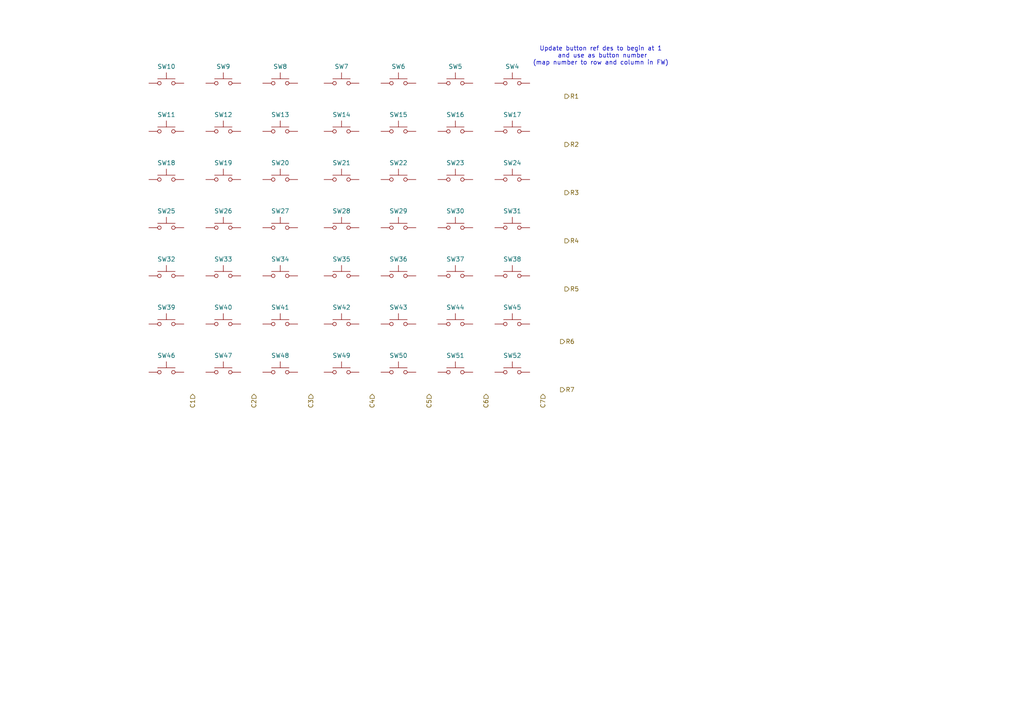
<source format=kicad_sch>
(kicad_sch (version 20231120) (generator "eeschema") (generator_version "8.0")
  (paper "A4")
  (lib_symbols
    (symbol "Switch:SW_Push" (pin_numbers hide) (pin_names (offset 1.016) hide)
      (property "Reference" "SW" (at 1.27 2.54 0))
      (property "Value" "SW_Push" (at 0 -1.524 0))
      (symbol "SW_Push_0_1"
        (circle (center -2.032 0) (radius 0.508))
        (polyline (pts (xy 0 1.27) (xy 0 3.048)))
        (polyline (pts (xy 2.54 1.27) (xy -2.54 1.27)))
        (circle (center 2.032 0) (radius 0.508))
        (pin passive line (at -5.08 0 0) (length 2.54) (name "1") (number "1"))
        (pin passive line (at 5.08 0 180) (length 2.54) (name "2") (number "2"))
      )
    )
  )
  (text "Update button ref des to begin at 1\n and use as button number\n(map number to row and column in FW)" (at 174.244 16.256 0) (effects (font (size 1.27 1.27))))
  (hierarchical_label "C5" (shape input) (at 124.46 114.3 270))
  (hierarchical_label "R4" (shape output) (at 163.83 69.85 0))
  (hierarchical_label "C7" (shape input) (at 157.48 114.3 270))
  (hierarchical_label "R2" (shape output) (at 163.83 41.91 0))
  (hierarchical_label "R7" (shape output) (at 162.56 113.03 0))
  (hierarchical_label "R1" (shape output) (at 163.83 27.94 0))
  (hierarchical_label "C1" (shape input) (at 55.88 114.3 270))
  (hierarchical_label "R6" (shape output) (at 162.56 99.06 0))
  (hierarchical_label "C2" (shape input) (at 73.66 114.3 270))
  (hierarchical_label "C3" (shape input) (at 90.17 114.3 270))
  (hierarchical_label "C4" (shape input) (at 107.95 114.3 270))
  (hierarchical_label "R5" (shape output) (at 163.83 83.82 0))
  (hierarchical_label "R3" (shape output) (at 163.83 55.88 0))
  (hierarchical_label "C6" (shape input) (at 140.97 114.3 270))
  (symbol (lib_id "Switch:SW_Push") (at 81.28 80.01 0) (unit 1)
    (property "Reference" "SW34" (at 81.28 75.184 0))
    (property "Value" "R1C1" (effects (hide yes)))
    (property "Footprint" "cat:TS-1088-AR02016" (effects (hide yes)))
    (property "Description" "Push button switch, generic, two pins" (effects (hide yes)))
    (property "LCSC Part #" "C720477 " (effects (hide yes)))
  )
  (symbol (lib_id "Switch:SW_Push") (at 81.28 52.07 0) (unit 1)
    (property "Reference" "SW20" (at 81.28 47.244 0))
    (property "Value" "R1C1" (effects (hide yes)))
    (property "Footprint" "cat:TS-1088-AR02016" (effects (hide yes)))
    (property "Description" "Push button switch, generic, two pins" (effects (hide yes)))
    (property "LCSC Part #" "C720477 " (effects (hide yes)))
  )
  (symbol (lib_id "Switch:SW_Push") (at 48.26 66.04 0) (unit 1)
    (property "Reference" "SW25" (at 48.26 61.214 0))
    (property "Value" "R1C1" (effects (hide yes)))
    (property "Footprint" "cat:TS-1088-AR02016" (effects (hide yes)))
    (property "Description" "Push button switch, generic, two pins" (effects (hide yes)))
    (property "LCSC Part #" "C720477 " (effects (hide yes)))
  )
  (symbol (lib_id "Switch:SW_Push") (at 99.06 38.1 0) (unit 1)
    (property "Reference" "SW14" (at 99.06 33.274 0))
    (property "Value" "R1C1" (effects (hide yes)))
    (property "Footprint" "cat:TS-1088-AR02016" (effects (hide yes)))
    (property "Description" "Push button switch, generic, two pins" (effects (hide yes)))
    (property "LCSC Part #" "C720477 " (effects (hide yes)))
  )
  (symbol (lib_id "Switch:SW_Push") (at 132.08 52.07 0) (unit 1)
    (property "Reference" "SW23" (at 132.08 47.244 0))
    (property "Value" "R1C1" (effects (hide yes)))
    (property "Footprint" "cat:TS-1088-AR02016" (effects (hide yes)))
    (property "Description" "Push button switch, generic, two pins" (effects (hide yes)))
    (property "LCSC Part #" "C720477 " (effects (hide yes)))
  )
  (symbol (lib_id "Switch:SW_Push") (at 64.77 66.04 0) (unit 1)
    (property "Reference" "SW26" (at 64.77 61.214 0))
    (property "Value" "R1C1" (effects (hide yes)))
    (property "Footprint" "cat:TS-1088-AR02016" (effects (hide yes)))
    (property "Description" "Push button switch, generic, two pins" (effects (hide yes)))
    (property "LCSC Part #" "C720477 " (effects (hide yes)))
  )
  (symbol (lib_id "Switch:SW_Push") (at 64.77 107.95 0) (unit 1)
    (property "Reference" "SW47" (at 64.77 103.124 0))
    (property "Value" "R1C1" (effects (hide yes)))
    (property "Footprint" "cat:TS-1088-AR02016" (effects (hide yes)))
    (property "Description" "Push button switch, generic, two pins" (effects (hide yes)))
    (property "LCSC Part #" "C720477 " (effects (hide yes)))
  )
  (symbol (lib_id "Switch:SW_Push") (at 64.77 52.07 0) (unit 1)
    (property "Reference" "SW19" (at 64.77 47.244 0))
    (property "Value" "R1C1" (effects (hide yes)))
    (property "Footprint" "cat:TS-1088-AR02016" (effects (hide yes)))
    (property "Description" "Push button switch, generic, two pins" (effects (hide yes)))
    (property "LCSC Part #" "C720477 " (effects (hide yes)))
  )
  (symbol (lib_id "Switch:SW_Push") (at 115.57 93.98 0) (unit 1)
    (property "Reference" "SW43" (at 115.57 89.154 0))
    (property "Value" "R1C1" (effects (hide yes)))
    (property "Footprint" "cat:TS-1088-AR02016" (effects (hide yes)))
    (property "Description" "Push button switch, generic, two pins" (effects (hide yes)))
    (property "LCSC Part #" "C720477 " (effects (hide yes)))
  )
  (symbol (lib_id "Switch:SW_Push") (at 81.28 24.13 0) (unit 1)
    (property "Reference" "SW8" (at 81.28 19.304 0))
    (property "Value" "R1C1" (effects (hide yes)))
    (property "Footprint" "cat:TS-1088-AR02016" (effects (hide yes)))
    (property "Description" "Push button switch, generic, two pins" (effects (hide yes)))
    (property "LCSC Part #" "C720477 " (effects (hide yes)))
  )
  (symbol (lib_id "Switch:SW_Push") (at 64.77 80.01 0) (unit 1)
    (property "Reference" "SW33" (at 64.77 75.184 0))
    (property "Value" "R1C1" (effects (hide yes)))
    (property "Footprint" "cat:TS-1088-AR02016" (effects (hide yes)))
    (property "Description" "Push button switch, generic, two pins" (effects (hide yes)))
    (property "LCSC Part #" "C720477 " (effects (hide yes)))
  )
  (symbol (lib_id "Switch:SW_Push") (at 99.06 93.98 0) (unit 1)
    (property "Reference" "SW42" (at 99.06 89.154 0))
    (property "Value" "R1C1" (effects (hide yes)))
    (property "Footprint" "cat:TS-1088-AR02016" (effects (hide yes)))
    (property "Description" "Push button switch, generic, two pins" (effects (hide yes)))
    (property "LCSC Part #" "C720477 " (effects (hide yes)))
  )
  (symbol (lib_id "Switch:SW_Push") (at 148.59 93.98 0) (unit 1)
    (property "Reference" "SW45" (at 148.59 89.154 0))
    (property "Value" "R1C1" (effects (hide yes)))
    (property "Footprint" "cat:TS-1088-AR02016" (effects (hide yes)))
    (property "Description" "Push button switch, generic, two pins" (effects (hide yes)))
    (property "LCSC Part #" "C720477 " (effects (hide yes)))
  )
  (symbol (lib_id "Switch:SW_Push") (at 48.26 24.13 0) (unit 1)
    (property "Reference" "SW10" (at 48.26 19.304 0))
    (property "Value" "R1C1" (effects (hide yes)))
    (property "Footprint" "cat:TS-1088-AR02016" (effects (hide yes)))
    (property "Description" "Push button switch, generic, two pins" (effects (hide yes)))
    (property "LCSC Part #" "C720477 " (effects (hide yes)))
  )
  (symbol (lib_id "Switch:SW_Push") (at 99.06 52.07 0) (unit 1)
    (property "Reference" "SW21" (at 99.06 47.244 0))
    (property "Value" "R1C1" (effects (hide yes)))
    (property "Footprint" "cat:TS-1088-AR02016" (effects (hide yes)))
    (property "Description" "Push button switch, generic, two pins" (effects (hide yes)))
    (property "LCSC Part #" "C720477 " (effects (hide yes)))
  )
  (symbol (lib_id "Switch:SW_Push") (at 48.26 93.98 0) (unit 1)
    (property "Reference" "SW39" (at 48.26 89.154 0))
    (property "Value" "R1C1" (effects (hide yes)))
    (property "Footprint" "cat:TS-1088-AR02016" (effects (hide yes)))
    (property "Description" "Push button switch, generic, two pins" (effects (hide yes)))
    (property "LCSC Part #" "C720477 " (effects (hide yes)))
  )
  (symbol (lib_id "Switch:SW_Push") (at 99.06 107.95 0) (unit 1)
    (property "Reference" "SW49" (at 99.06 103.124 0))
    (property "Value" "R1C1" (effects (hide yes)))
    (property "Footprint" "cat:TS-1088-AR02016" (effects (hide yes)))
    (property "Description" "Push button switch, generic, two pins" (effects (hide yes)))
    (property "LCSC Part #" "C720477 " (effects (hide yes)))
  )
  (symbol (lib_id "Switch:SW_Push") (at 148.59 38.1 0) (unit 1)
    (property "Reference" "SW17" (at 148.59 33.274 0))
    (property "Value" "R1C1" (effects (hide yes)))
    (property "Footprint" "cat:TS-1088-AR02016" (effects (hide yes)))
    (property "Description" "Push button switch, generic, two pins" (effects (hide yes)))
    (property "LCSC Part #" "C720477 " (effects (hide yes)))
  )
  (symbol (lib_id "Switch:SW_Push") (at 115.57 52.07 0) (unit 1)
    (property "Reference" "SW22" (at 115.57 47.244 0))
    (property "Value" "R1C1" (effects (hide yes)))
    (property "Footprint" "cat:TS-1088-AR02016" (effects (hide yes)))
    (property "Description" "Push button switch, generic, two pins" (effects (hide yes)))
    (property "LCSC Part #" "C720477 " (effects (hide yes)))
  )
  (symbol (lib_id "Switch:SW_Push") (at 115.57 24.13 0) (unit 1)
    (property "Reference" "SW6" (at 115.57 19.304 0))
    (property "Value" "R1C1" (effects (hide yes)))
    (property "Footprint" "cat:TS-1088-AR02016" (effects (hide yes)))
    (property "Description" "Push button switch, generic, two pins" (effects (hide yes)))
    (property "LCSC Part #" "C720477 " (effects (hide yes)))
  )
  (symbol (lib_id "Switch:SW_Push") (at 48.26 80.01 0) (unit 1)
    (property "Reference" "SW32" (at 48.26 75.184 0))
    (property "Value" "R1C1" (effects (hide yes)))
    (property "Footprint" "cat:TS-1088-AR02016" (effects (hide yes)))
    (property "Description" "Push button switch, generic, two pins" (effects (hide yes)))
    (property "LCSC Part #" "C720477 " (effects (hide yes)))
  )
  (symbol (lib_id "Switch:SW_Push") (at 99.06 66.04 0) (unit 1)
    (property "Reference" "SW28" (at 99.06 61.214 0))
    (property "Value" "R1C1" (effects (hide yes)))
    (property "Footprint" "cat:TS-1088-AR02016" (effects (hide yes)))
    (property "Description" "Push button switch, generic, two pins" (effects (hide yes)))
    (property "LCSC Part #" "C720477 " (effects (hide yes)))
  )
  (symbol (lib_id "Switch:SW_Push") (at 115.57 80.01 0) (unit 1)
    (property "Reference" "SW36" (at 115.57 75.184 0))
    (property "Value" "R1C1" (effects (hide yes)))
    (property "Footprint" "cat:TS-1088-AR02016" (effects (hide yes)))
    (property "Description" "Push button switch, generic, two pins" (effects (hide yes)))
    (property "LCSC Part #" "C720477 " (effects (hide yes)))
  )
  (symbol (lib_id "Switch:SW_Push") (at 132.08 38.1 0) (unit 1)
    (property "Reference" "SW16" (at 132.08 33.274 0))
    (property "Value" "R1C1" (effects (hide yes)))
    (property "Footprint" "cat:TS-1088-AR02016" (effects (hide yes)))
    (property "Description" "Push button switch, generic, two pins" (effects (hide yes)))
    (property "LCSC Part #" "C720477 " (effects (hide yes)))
  )
  (symbol (lib_id "Switch:SW_Push") (at 115.57 38.1 0) (unit 1)
    (property "Reference" "SW15" (at 115.57 33.274 0))
    (property "Value" "R1C1" (effects (hide yes)))
    (property "Footprint" "cat:TS-1088-AR02016" (effects (hide yes)))
    (property "Description" "Push button switch, generic, two pins" (effects (hide yes)))
    (property "LCSC Part #" "C720477 " (effects (hide yes)))
  )
  (symbol (lib_id "Switch:SW_Push") (at 99.06 80.01 0) (unit 1)
    (property "Reference" "SW35" (at 99.06 75.184 0))
    (property "Value" "R1C1" (effects (hide yes)))
    (property "Footprint" "cat:TS-1088-AR02016" (effects (hide yes)))
    (property "Description" "Push button switch, generic, two pins" (effects (hide yes)))
    (property "LCSC Part #" "C720477 " (effects (hide yes)))
  )
  (symbol (lib_id "Switch:SW_Push") (at 132.08 24.13 0) (unit 1)
    (property "Reference" "SW5" (at 132.08 19.304 0))
    (property "Value" "R1C1" (effects (hide yes)))
    (property "Footprint" "cat:TS-1088-AR02016" (effects (hide yes)))
    (property "Description" "Push button switch, generic, two pins" (effects (hide yes)))
    (property "LCSC Part #" "C720477 " (effects (hide yes)))
  )
  (symbol (lib_id "Switch:SW_Push") (at 64.77 93.98 0) (unit 1)
    (property "Reference" "SW40" (at 64.77 89.154 0))
    (property "Value" "R1C1" (effects (hide yes)))
    (property "Footprint" "cat:TS-1088-AR02016" (effects (hide yes)))
    (property "Description" "Push button switch, generic, two pins" (effects (hide yes)))
    (property "LCSC Part #" "C720477 " (effects (hide yes)))
  )
  (symbol (lib_id "Switch:SW_Push") (at 148.59 52.07 0) (unit 1)
    (property "Reference" "SW24" (at 148.59 47.244 0))
    (property "Value" "R1C1" (effects (hide yes)))
    (property "Footprint" "cat:TS-1088-AR02016" (effects (hide yes)))
    (property "Description" "Push button switch, generic, two pins" (effects (hide yes)))
    (property "LCSC Part #" "C720477 " (effects (hide yes)))
  )
  (symbol (lib_id "Switch:SW_Push") (at 148.59 24.13 0) (unit 1)
    (property "Reference" "SW4" (at 148.59 19.304 0))
    (property "Value" "R1C1" (effects (hide yes)))
    (property "Footprint" "cat:TS-1088-AR02016" (effects (hide yes)))
    (property "Description" "Push button switch, generic, two pins" (effects (hide yes)))
    (property "LCSC Part #" "C720477 " (effects (hide yes)))
  )
  (symbol (lib_id "Switch:SW_Push") (at 64.77 24.13 0) (unit 1)
    (property "Reference" "SW9" (at 64.77 19.304 0))
    (property "Value" "R1C1" (effects (hide yes)))
    (property "Footprint" "cat:TS-1088-AR02016" (effects (hide yes)))
    (property "Description" "Push button switch, generic, two pins" (effects (hide yes)))
    (property "LCSC Part #" "C720477 " (effects (hide yes)))
  )
  (symbol (lib_id "Switch:SW_Push") (at 64.77 38.1 0) (unit 1)
    (property "Reference" "SW12" (at 64.77 33.274 0))
    (property "Value" "R1C1" (effects (hide yes)))
    (property "Footprint" "cat:TS-1088-AR02016" (effects (hide yes)))
    (property "Description" "Push button switch, generic, two pins" (effects (hide yes)))
    (property "LCSC Part #" "C720477 " (effects (hide yes)))
  )
  (symbol (lib_id "Switch:SW_Push") (at 132.08 66.04 0) (unit 1)
    (property "Reference" "SW30" (at 132.08 61.214 0))
    (property "Value" "R1C1" (effects (hide yes)))
    (property "Footprint" "cat:TS-1088-AR02016" (effects (hide yes)))
    (property "Description" "Push button switch, generic, two pins" (effects (hide yes)))
    (property "LCSC Part #" "C720477 " (effects (hide yes)))
  )
  (symbol (lib_id "Switch:SW_Push") (at 99.06 24.13 0) (unit 1)
    (property "Reference" "SW7" (at 99.06 19.304 0))
    (property "Value" "R1C1" (effects (hide yes)))
    (property "Footprint" "cat:TS-1088-AR02016" (effects (hide yes)))
    (property "Description" "Push button switch, generic, two pins" (effects (hide yes)))
    (property "LCSC Part #" "C720477 " (effects (hide yes)))
  )
  (symbol (lib_id "Switch:SW_Push") (at 48.26 52.07 0) (unit 1)
    (property "Reference" "SW18" (at 48.26 47.244 0))
    (property "Value" "R1C1" (effects (hide yes)))
    (property "Footprint" "cat:TS-1088-AR02016" (effects (hide yes)))
    (property "Description" "Push button switch, generic, two pins" (effects (hide yes)))
    (property "LCSC Part #" "C720477 " (effects (hide yes)))
  )
  (symbol (lib_id "Switch:SW_Push") (at 48.26 38.1 0) (unit 1)
    (property "Reference" "SW11" (at 48.26 33.274 0))
    (property "Value" "R1C1" (effects (hide yes)))
    (property "Footprint" "cat:TS-1088-AR02016" (effects (hide yes)))
    (property "Description" "Push button switch, generic, two pins" (effects (hide yes)))
    (property "LCSC Part #" "C720477 " (effects (hide yes)))
  )
  (symbol (lib_id "Switch:SW_Push") (at 81.28 38.1 0) (unit 1)
    (property "Reference" "SW13" (at 81.28 33.274 0))
    (property "Value" "R1C1" (effects (hide yes)))
    (property "Footprint" "cat:TS-1088-AR02016" (effects (hide yes)))
    (property "Description" "Push button switch, generic, two pins" (effects (hide yes)))
    (property "LCSC Part #" "C720477 " (effects (hide yes)))
  )
  (symbol (lib_id "Switch:SW_Push") (at 132.08 80.01 0) (unit 1)
    (property "Reference" "SW37" (at 132.08 75.184 0))
    (property "Value" "R1C1" (effects (hide yes)))
    (property "Footprint" "cat:TS-1088-AR02016" (effects (hide yes)))
    (property "Description" "Push button switch, generic, two pins" (effects (hide yes)))
    (property "LCSC Part #" "C720477 " (effects (hide yes)))
  )
  (symbol (lib_id "Switch:SW_Push") (at 81.28 107.95 0) (unit 1)
    (property "Reference" "SW48" (at 81.28 103.124 0))
    (property "Value" "R1C1" (effects (hide yes)))
    (property "Footprint" "cat:TS-1088-AR02016" (effects (hide yes)))
    (property "Description" "Push button switch, generic, two pins" (effects (hide yes)))
    (property "LCSC Part #" "C720477 " (effects (hide yes)))
  )
  (symbol (lib_id "Switch:SW_Push") (at 132.08 93.98 0) (unit 1)
    (property "Reference" "SW44" (at 132.08 89.154 0))
    (property "Value" "R1C1" (effects (hide yes)))
    (property "Footprint" "cat:TS-1088-AR02016" (effects (hide yes)))
    (property "Description" "Push button switch, generic, two pins" (effects (hide yes)))
    (property "LCSC Part #" "C720477 " (effects (hide yes)))
  )
  (symbol (lib_id "Switch:SW_Push") (at 81.28 66.04 0) (unit 1)
    (property "Reference" "SW27" (at 81.28 61.214 0))
    (property "Value" "R1C1" (effects (hide yes)))
    (property "Footprint" "cat:TS-1088-AR02016" (effects (hide yes)))
    (property "Description" "Push button switch, generic, two pins" (effects (hide yes)))
    (property "LCSC Part #" "C720477 " (effects (hide yes)))
  )
  (symbol (lib_id "Switch:SW_Push") (at 115.57 107.95 0) (unit 1)
    (property "Reference" "SW50" (at 115.57 103.124 0))
    (property "Value" "R1C1" (effects (hide yes)))
    (property "Footprint" "cat:TS-1088-AR02016" (effects (hide yes)))
    (property "Description" "Push button switch, generic, two pins" (effects (hide yes)))
    (property "LCSC Part #" "C720477 " (effects (hide yes)))
  )
  (symbol (lib_id "Switch:SW_Push") (at 48.26 107.95 0) (unit 1)
    (property "Reference" "SW46" (at 48.26 103.124 0))
    (property "Value" "R1C1" (effects (hide yes)))
    (property "Footprint" "cat:TS-1088-AR02016" (effects (hide yes)))
    (property "Description" "Push button switch, generic, two pins" (effects (hide yes)))
    (property "LCSC Part #" "C720477 " (effects (hide yes)))
  )
  (symbol (lib_id "Switch:SW_Push") (at 148.59 66.04 0) (unit 1)
    (property "Reference" "SW31" (at 148.59 61.214 0))
    (property "Value" "R1C1" (effects (hide yes)))
    (property "Footprint" "cat:TS-1088-AR02016" (effects (hide yes)))
    (property "Description" "Push button switch, generic, two pins" (effects (hide yes)))
    (property "LCSC Part #" "C720477 " (effects (hide yes)))
  )
  (symbol (lib_id "Switch:SW_Push") (at 81.28 93.98 0) (unit 1)
    (property "Reference" "SW41" (at 81.28 89.154 0))
    (property "Value" "R1C1" (effects (hide yes)))
    (property "Footprint" "cat:TS-1088-AR02016" (effects (hide yes)))
    (property "Description" "Push button switch, generic, two pins" (effects (hide yes)))
    (property "LCSC Part #" "C720477 " (effects (hide yes)))
  )
  (symbol (lib_id "Switch:SW_Push") (at 148.59 80.01 0) (unit 1)
    (property "Reference" "SW38" (at 148.59 75.184 0))
    (property "Value" "R1C1" (effects (hide yes)))
    (property "Footprint" "cat:TS-1088-AR02016" (effects (hide yes)))
    (property "Description" "Push button switch, generic, two pins" (effects (hide yes)))
    (property "LCSC Part #" "C720477 " (effects (hide yes)))
  )
  (symbol (lib_id "Switch:SW_Push") (at 132.08 107.95 0) (unit 1)
    (property "Reference" "SW51" (at 132.08 103.124 0))
    (property "Value" "R1C1" (effects (hide yes)))
    (property "Footprint" "cat:TS-1088-AR02016" (effects (hide yes)))
    (property "Description" "Push button switch, generic, two pins" (effects (hide yes)))
    (property "LCSC Part #" "C720477 " (effects (hide yes)))
  )
  (symbol (lib_id "Switch:SW_Push") (at 148.59 107.95 0) (unit 1)
    (property "Reference" "SW52" (at 148.59 103.124 0))
    (property "Value" "R1C1" (effects (hide yes)))
    (property "Footprint" "cat:TS-1088-AR02016" (effects (hide yes)))
    (property "Description" "Push button switch, generic, two pins" (effects (hide yes)))
    (property "LCSC Part #" "C720477 " (effects (hide yes)))
  )
  (symbol (lib_id "Switch:SW_Push") (at 115.57 66.04 0) (unit 1)
    (property "Reference" "SW29" (at 115.57 61.214 0))
    (property "Value" "R1C1" (effects (hide yes)))
    (property "Footprint" "cat:TS-1088-AR02016" (effects (hide yes)))
    (property "Description" "Push button switch, generic, two pins" (effects (hide yes)))
    (property "LCSC Part #" "C720477 " (effects (hide yes)))
  )
)
</source>
